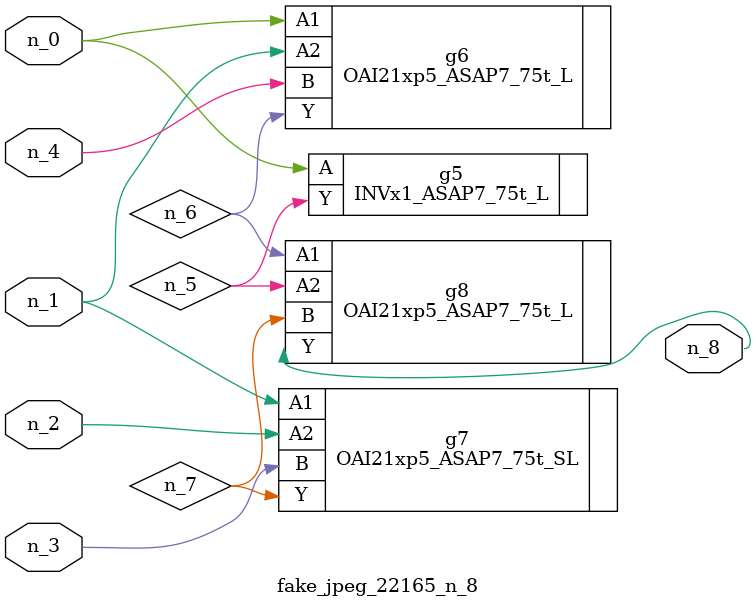
<source format=v>
module fake_jpeg_22165_n_8 (n_3, n_2, n_1, n_0, n_4, n_8);

input n_3;
input n_2;
input n_1;
input n_0;
input n_4;

output n_8;

wire n_6;
wire n_5;
wire n_7;

INVx1_ASAP7_75t_L g5 ( 
.A(n_0),
.Y(n_5)
);

OAI21xp5_ASAP7_75t_L g6 ( 
.A1(n_0),
.A2(n_1),
.B(n_4),
.Y(n_6)
);

OAI21xp5_ASAP7_75t_SL g7 ( 
.A1(n_1),
.A2(n_2),
.B(n_3),
.Y(n_7)
);

OAI21xp5_ASAP7_75t_L g8 ( 
.A1(n_6),
.A2(n_5),
.B(n_7),
.Y(n_8)
);


endmodule
</source>
